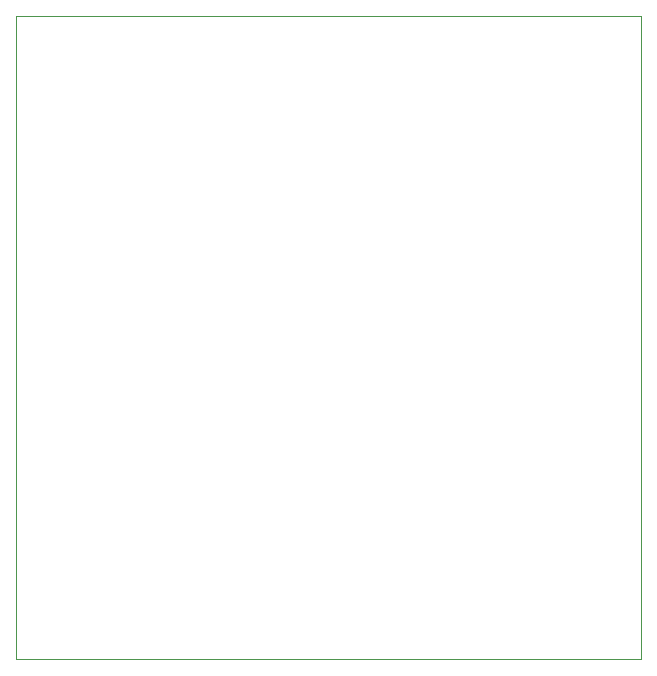
<source format=gbr>
%TF.GenerationSoftware,KiCad,Pcbnew,8.0.2*%
%TF.CreationDate,2024-06-16T16:44:15+02:00*%
%TF.ProjectId,AMS_IMD_Reset,414d535f-494d-4445-9f52-657365742e6b,rev?*%
%TF.SameCoordinates,Original*%
%TF.FileFunction,Profile,NP*%
%FSLAX46Y46*%
G04 Gerber Fmt 4.6, Leading zero omitted, Abs format (unit mm)*
G04 Created by KiCad (PCBNEW 8.0.2) date 2024-06-16 16:44:15*
%MOMM*%
%LPD*%
G01*
G04 APERTURE LIST*
%TA.AperFunction,Profile*%
%ADD10C,0.100000*%
%TD*%
G04 APERTURE END LIST*
D10*
X148412200Y-66751200D02*
X201320400Y-66751200D01*
X201320400Y-121208800D01*
X148412200Y-121208800D01*
X148412200Y-66751200D01*
M02*

</source>
